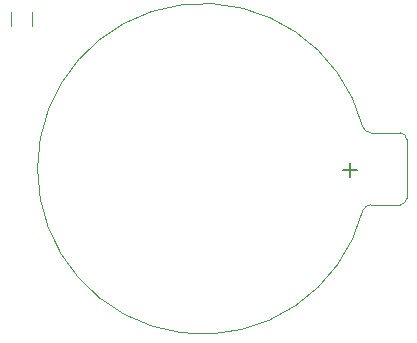
<source format=gbo>
G04 #@! TF.GenerationSoftware,KiCad,Pcbnew,(5.0.2)-1*
G04 #@! TF.CreationDate,2020-01-21T20:41:25+01:00*
G04 #@! TF.ProjectId,dragon,64726167-6f6e-42e6-9b69-6361645f7063,rev?*
G04 #@! TF.SameCoordinates,Original*
G04 #@! TF.FileFunction,Legend,Bot*
G04 #@! TF.FilePolarity,Positive*
%FSLAX46Y46*%
G04 Gerber Fmt 4.6, Leading zero omitted, Abs format (unit mm)*
G04 Created by KiCad (PCBNEW (5.0.2)-1) date 1/21/2020 8:41:25 PM*
%MOMM*%
%LPD*%
G01*
G04 APERTURE LIST*
%ADD10C,0.120000*%
%ADD11C,0.150000*%
G04 APERTURE END LIST*
D10*
G04 #@! TO.C,R1*
X139090000Y-93385436D02*
X139090000Y-94589564D01*
X140910000Y-93385436D02*
X140910000Y-94589564D01*
G04 #@! TO.C,BT1*
X141361262Y-106624769D02*
G75*
G03X168911000Y-110160000I13999738J-15231D01*
G01*
X141361262Y-106655231D02*
G75*
G02X168911000Y-103120000I13999738J15231D01*
G01*
X168906231Y-110183485D02*
G75*
G02X169611000Y-109690000I704769J-256515D01*
G01*
X168906231Y-103096515D02*
G75*
G03X169611000Y-103590000I704769J256515D01*
G01*
X169611000Y-103590000D02*
X172061000Y-103590000D01*
X172061000Y-109690000D02*
X169611000Y-109690000D01*
X172061000Y-103590000D02*
G75*
G02X172611000Y-104140000I0J-550000D01*
G01*
X172061000Y-109690000D02*
G75*
G03X172611000Y-109140000I0J550000D01*
G01*
X172611000Y-104140000D02*
X172611000Y-109140000D01*
D11*
X168382428Y-106747142D02*
X167239571Y-106747142D01*
X167811000Y-107318571D02*
X167811000Y-106175714D01*
G04 #@! TD*
M02*

</source>
